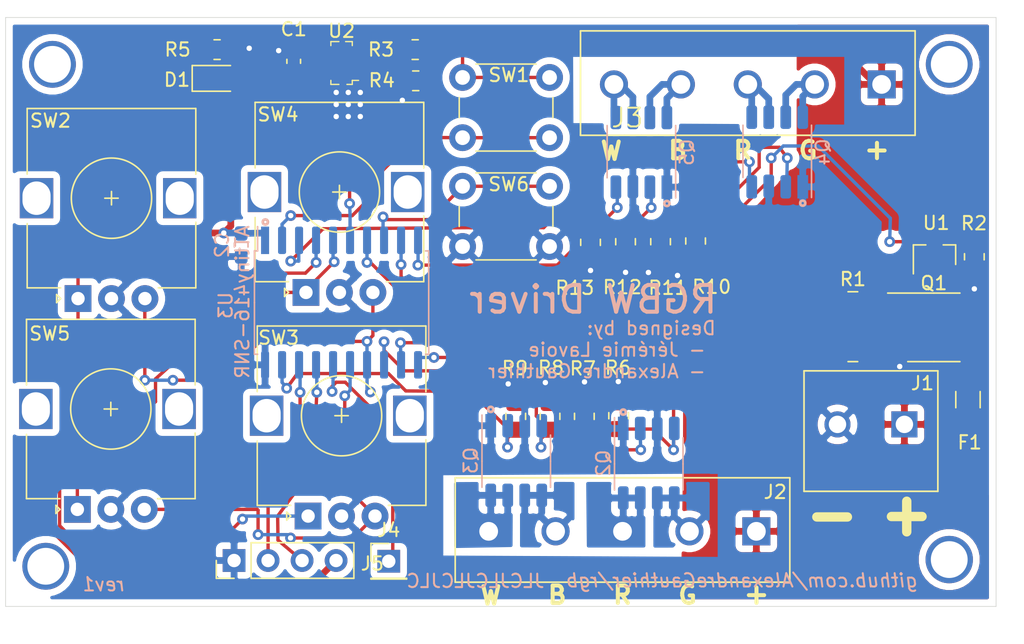
<source format=kicad_pcb>
(kicad_pcb (version 20171130) (host pcbnew "(5.1.9)-1")
  (layers (0 F.Cu signal) (31 B.Cu signal) (34 B.Paste user) (35 F.Paste user hide) (36 B.SilkS user) (37 F.SilkS user) (38 B.Mask user) (39 F.Mask user) (44 Edge.Cuts user))
  (net 0 "")
  (net 1 GND)
  (net 2 /PWM_2)
  (net 3 /PWM_1)
  (net 4 /PWM_4)
  (net 5 /PWM_3)
  (net 6 /PWM_8)
  (net 7 /PWM_7)
  (net 8 /PWM_6)
  (net 9 /PWM_5)
  (net 10 +12V)
  (net 11 +5V)
  (net 12 "Net-(F1-Pad2)")
  (net 13 /DRAIN_1)
  (net 14 /DRAIN_2)
  (net 15 /DRAIN_3)
  (net 16 /DRAIN_4)
  (net 17 /DRAIN_5)
  (net 18 /DRAIN_6)
  (net 19 /DRAIN_7)
  (net 20 /DRAIN_8)
  (net 21 /TWI_SCL)
  (net 22 /TWI_SDA)
  (net 23 /RESET)
  (net 24 /SW6)
  (net 25 /PWR_EN)
  (net 26 "Net-(D1-Pad1)")
  (net 27 "Net-(F1-Pad1)")
  (net 28 "Net-(R3-Pad1)")
  (net 29 /SW_A1)
  (net 30 /SW_B1)
  (net 31 /SW_B2)
  (net 32 /SW_A2)
  (net 33 /SENSE)
  (net 34 "Net-(Q1-PadS)")
  (module Connector_PinHeader_2.54mm:PinHeader_1x01_P2.54mm_Vertical (layer F.Cu) (at 150.625 97.625)
    (fp_text reference J4 (at 0 -2.33) (layer F.SilkS))
    (fp_text value Conn_01x04)
    (pad 1 thru_hole rect (at 0 0) (size 1.7 1.7) (drill 1) (layers *.Cu *.Mask) (net 23 /RESET))
  )
  (module rgb_footprints:Si4101DY (layer F.Cu) (at 191.35 80.15)
    (fp_text reference Q1 (at 0 -3.3) (layer F.SilkS))
    (fp_text value Si4101DY)
    (pad D smd roundrect (at 2.575 -1.905) (size 1.75 0.6) (layers F.Cu F.Paste F.Mask) (net 27 "Net-(F1-Pad1)"))
    (pad G smd roundrect (at -2.575 1.905) (size 1.75 0.6) (layers F.Cu F.Paste F.Mask) (net 1 GND))
    (pad S smd rect (at -2.575 -1.905) (size 1.75 0.6) (layers F.Cu F.Paste F.Mask) (net 34 "Net-(Q1-PadS)"))
    (pad D smd roundrect (at 2.575 -0.635) (size 1.75 0.6) (layers F.Cu F.Paste F.Mask) (net 27 "Net-(F1-Pad1)"))
    (pad D smd roundrect (at 2.575 0.635) (size 1.75 0.6) (layers F.Cu F.Paste F.Mask) (net 27 "Net-(F1-Pad1)"))
    (pad S smd roundrect (at -2.575 0.635) (size 1.75 0.6) (layers F.Cu F.Paste F.Mask) (net 34 "Net-(Q1-PadS)"))
    (pad D smd roundrect (at 2.575 1.905) (size 1.75 0.6) (layers F.Cu F.Paste F.Mask) (net 27 "Net-(F1-Pad1)"))
    (pad S smd roundrect (at -2.575 -0.635) (size 1.75 0.6) (layers F.Cu F.Paste F.Mask) (net 34 "Net-(Q1-PadS)"))
  )
  (module Resistor_SMD:R_0805_2012Metric_Pad1.20x1.40mm_HandSolder (layer F.Cu) (at 165.7 73.8 270)
    (fp_text reference R13 (at 3.4 1.175 180) (layer F.SilkS))
    (fp_text value "50 kΩ")
    (pad 2 smd roundrect (at 1 0 270) (size 1.2 1.4) (layers F.Cu F.Paste F.Mask) (roundrect_rratio 0.208333) (net 1 GND))
    (pad 1 smd roundrect (at -1 0 270) (size 1.2 1.4) (layers F.Cu F.Paste F.Mask) (roundrect_rratio 0.208333) (net 6 /PWM_8))
  )
  (module Resistor_SMD:R_0805_2012Metric_Pad1.20x1.40mm_HandSolder (layer F.Cu) (at 168.316666 73.75 270)
    (fp_text reference R12 (at 3.4 0.241666 180) (layer F.SilkS))
    (fp_text value "50 kΩ")
    (pad 2 smd roundrect (at 1 0 270) (size 1.2 1.4) (layers F.Cu F.Paste F.Mask) (roundrect_rratio 0.208333) (net 1 GND))
    (pad 1 smd roundrect (at -1 0 270) (size 1.2 1.4) (layers F.Cu F.Paste F.Mask) (roundrect_rratio 0.208333) (net 7 /PWM_7))
  )
  (module Resistor_SMD:R_0805_2012Metric_Pad1.20x1.40mm_HandSolder (layer F.Cu) (at 170.933332 73.75 270)
    (fp_text reference R11 (at 3.45 -0.541668 180) (layer F.SilkS))
    (fp_text value "50 kΩ")
    (pad 2 smd roundrect (at 1 0 270) (size 1.2 1.4) (layers F.Cu F.Paste F.Mask) (roundrect_rratio 0.208333) (net 1 GND))
    (pad 1 smd roundrect (at -1 0 270) (size 1.2 1.4) (layers F.Cu F.Paste F.Mask) (roundrect_rratio 0.208333) (net 8 /PWM_6))
  )
  (module Resistor_SMD:R_0805_2012Metric_Pad1.20x1.40mm_HandSolder (layer F.Cu) (at 173.55 73.7 270)
    (fp_text reference R10 (at 3.425 -1.2 180) (layer F.SilkS))
    (fp_text value "50 kΩ")
    (pad 2 smd roundrect (at 1 0 270) (size 1.2 1.4) (layers F.Cu F.Paste F.Mask) (roundrect_rratio 0.208333) (net 1 GND))
    (pad 1 smd roundrect (at -1 0 270) (size 1.2 1.4) (layers F.Cu F.Paste F.Mask) (roundrect_rratio 0.208333) (net 9 /PWM_5))
  )
  (module Resistor_SMD:R_0805_2012Metric_Pad1.20x1.40mm_HandSolder (layer F.Cu) (at 160.113124 86.8 90)
    (fp_text reference R9 (at 3.6 -0.063124 180) (layer F.SilkS))
    (fp_text value "50 kΩ")
    (pad 2 smd roundrect (at 1 0 90) (size 1.2 1.4) (layers F.Cu F.Paste F.Mask) (roundrect_rratio 0.208333) (net 1 GND))
    (pad 1 smd roundrect (at -1 0 90) (size 1.2 1.4) (layers F.Cu F.Paste F.Mask) (roundrect_rratio 0.208333) (net 4 /PWM_4))
  )
  (module Resistor_SMD:R_0805_2012Metric_Pad1.20x1.40mm_HandSolder (layer F.Cu) (at 162.675416 86.8 90)
    (fp_text reference R8 (at 3.625 0.074584 180) (layer F.SilkS))
    (fp_text value "50 kΩ")
    (pad 2 smd roundrect (at 1 0 90) (size 1.2 1.4) (layers F.Cu F.Paste F.Mask) (roundrect_rratio 0.208333) (net 1 GND))
    (pad 1 smd roundrect (at -1 0 90) (size 1.2 1.4) (layers F.Cu F.Paste F.Mask) (roundrect_rratio 0.208333) (net 5 /PWM_3))
  )
  (module Resistor_SMD:R_0805_2012Metric_Pad1.20x1.40mm_HandSolder (layer F.Cu) (at 165.237708 86.8 90)
    (fp_text reference R7 (at 3.575 -0.112708 180) (layer F.SilkS))
    (fp_text value "50 kΩ")
    (pad 2 smd roundrect (at 1 0 90) (size 1.2 1.4) (layers F.Cu F.Paste F.Mask) (roundrect_rratio 0.208333) (net 1 GND))
    (pad 1 smd roundrect (at -1 0 90) (size 1.2 1.4) (layers F.Cu F.Paste F.Mask) (roundrect_rratio 0.208333) (net 2 /PWM_2))
  )
  (module Resistor_SMD:R_0805_2012Metric_Pad1.20x1.40mm_HandSolder (layer F.Cu) (at 167.8 86.75 90)
    (fp_text reference R6 (at 3.575 -0.05 180) (layer F.SilkS))
    (fp_text value "50 kΩ")
    (pad 2 smd roundrect (at 1 0 90) (size 1.2 1.4) (layers F.Cu F.Paste F.Mask) (roundrect_rratio 0.208333) (net 1 GND))
    (pad 1 smd roundrect (at -1 0 90) (size 1.2 1.4) (layers F.Cu F.Paste F.Mask) (roundrect_rratio 0.208333) (net 3 /PWM_1))
  )
  (module rgb_footprints:DMG9926USD_Handsolder (layer B.Cu) (at 169.5 67.075 90)
    (fp_text reference Q5 (at 0 3.4 90) (layer B.SilkS) (effects (justify mirror)))
    (fp_text value DMG9926USD)
    (pad G2 smd roundrect (at -2.6 -1.905 90) (size 1.75 0.8) (layers B.Cu B.Paste B.Mask) (net 6 /PWM_8))
    (pad S2 smd roundrect (at -2.56 -0.635 90) (size 1.75 0.8) (layers B.Cu B.Paste B.Mask) (net 1 GND))
    (pad G1 smd roundrect (at -2.6 0.635 90) (size 1.75 0.8) (layers B.Cu B.Paste B.Mask) (net 7 /PWM_7))
    (pad S1 smd rect (at -2.6 1.905 90) (size 1.75 0.8) (layers B.Cu B.Paste B.Mask) (net 1 GND))
    (pad D1 smd roundrect (at 2.6 1.905 90) (size 1.75 0.8) (layers B.Cu B.Paste B.Mask) (net 19 /DRAIN_7))
    (pad D2 smd roundrect (at 2.6 -0.635 90) (size 1.75 0.8) (layers B.Cu B.Paste B.Mask) (net 20 /DRAIN_8))
    (pad D2 smd roundrect (at 2.6 -1.905 90) (size 1.75 0.8) (layers B.Cu B.Paste B.Mask) (net 20 /DRAIN_8))
    (pad D1 smd roundrect (at 2.6 0.635 90) (size 1.75 0.8) (layers B.Cu B.Paste B.Mask) (net 19 /DRAIN_7))
  )
  (module rgb_footprints:DMG9926USD_Handsolder (layer B.Cu) (at 179.65 67.05 90)
    (fp_text reference Q4 (at 0 3.4 270) (layer B.SilkS) (effects (justify mirror)))
    (fp_text value DMG9926USD)
    (pad G2 smd roundrect (at -2.6 -1.905 90) (size 1.75 0.8) (layers B.Cu B.Paste B.Mask) (net 8 /PWM_6))
    (pad S2 smd roundrect (at -2.56 -0.635 90) (size 1.75 0.8) (layers B.Cu B.Paste B.Mask) (net 1 GND))
    (pad G1 smd roundrect (at -2.6 0.635 90) (size 1.75 0.8) (layers B.Cu B.Paste B.Mask) (net 9 /PWM_5))
    (pad S1 smd rect (at -2.6 1.905 90) (size 1.75 0.8) (layers B.Cu B.Paste B.Mask) (net 1 GND))
    (pad D1 smd roundrect (at 2.6 1.905 90) (size 1.75 0.8) (layers B.Cu B.Paste B.Mask) (net 17 /DRAIN_5))
    (pad D2 smd roundrect (at 2.6 -0.635 90) (size 1.75 0.8) (layers B.Cu B.Paste B.Mask) (net 18 /DRAIN_6))
    (pad D2 smd roundrect (at 2.6 -1.905 90) (size 1.75 0.8) (layers B.Cu B.Paste B.Mask) (net 18 /DRAIN_6))
    (pad D1 smd roundrect (at 2.6 0.635 90) (size 1.75 0.8) (layers B.Cu B.Paste B.Mask) (net 17 /DRAIN_5))
  )
  (module rgb_footprints:DMG9926USD_Handsolder (layer B.Cu) (at 160.15 90.1 270)
    (fp_text reference Q3 (at 0 3.4 270) (layer B.SilkS) (effects (justify mirror)))
    (fp_text value DMG9926USD)
    (pad G2 smd roundrect (at -2.6 -1.905 270) (size 1.75 0.8) (layers B.Cu B.Paste B.Mask) (net 5 /PWM_3))
    (pad S2 smd roundrect (at -2.56 -0.635 270) (size 1.75 0.8) (layers B.Cu B.Paste B.Mask) (net 1 GND))
    (pad G1 smd roundrect (at -2.6 0.635 270) (size 1.75 0.8) (layers B.Cu B.Paste B.Mask) (net 4 /PWM_4))
    (pad S1 smd rect (at -2.6 1.905 270) (size 1.75 0.8) (layers B.Cu B.Paste B.Mask) (net 1 GND))
    (pad D1 smd roundrect (at 2.6 1.905 270) (size 1.75 0.8) (layers B.Cu B.Paste B.Mask) (net 16 /DRAIN_4))
    (pad D2 smd roundrect (at 2.6 -0.635 270) (size 1.75 0.8) (layers B.Cu B.Paste B.Mask) (net 15 /DRAIN_3))
    (pad D2 smd roundrect (at 2.6 -1.905 270) (size 1.75 0.8) (layers B.Cu B.Paste B.Mask) (net 15 /DRAIN_3))
    (pad D1 smd roundrect (at 2.6 0.635 270) (size 1.75 0.8) (layers B.Cu B.Paste B.Mask) (net 16 /DRAIN_4))
  )
  (module rgb_footprints:DMG9926USD_Handsolder (layer B.Cu) (at 170.05 90.3 270)
    (fp_text reference Q2 (at 0 3.4 270) (layer B.SilkS) (effects (justify mirror)))
    (fp_text value DMG9926USD)
    (pad G2 smd roundrect (at -2.6 -1.905 270) (size 1.75 0.8) (layers B.Cu B.Paste B.Mask) (net 3 /PWM_1))
    (pad S2 smd roundrect (at -2.56 -0.635 270) (size 1.75 0.8) (layers B.Cu B.Paste B.Mask) (net 1 GND))
    (pad G1 smd roundrect (at -2.6 0.635 270) (size 1.75 0.8) (layers B.Cu B.Paste B.Mask) (net 2 /PWM_2))
    (pad S1 smd rect (at -2.6 1.905 270) (size 1.75 0.8) (layers B.Cu B.Paste B.Mask) (net 1 GND))
    (pad D1 smd roundrect (at 2.6 1.905 270) (size 1.75 0.8) (layers B.Cu B.Paste B.Mask) (net 14 /DRAIN_2))
    (pad D2 smd roundrect (at 2.6 -0.635 270) (size 1.75 0.8) (layers B.Cu B.Paste B.Mask) (net 13 /DRAIN_1))
    (pad D2 smd roundrect (at 2.6 -1.905 270) (size 1.75 0.8) (layers B.Cu B.Paste B.Mask) (net 13 /DRAIN_1))
    (pad D1 smd roundrect (at 2.6 0.635 270) (size 1.75 0.8) (layers B.Cu B.Paste B.Mask) (net 14 /DRAIN_2))
  )
  (module rgb_footprints:CUI_TB003-500-P05BE (layer F.Cu) (at 187.45 62 180)
    (fp_text reference J3 (at 19 -2.5) (layer F.SilkS) (effects (font (size 1.4 1.4))))
    (fp_text value 102-6164-ND)
    (pad 5 thru_hole circle (at 20 0 180) (size 2.1 2.1) (drill 1.4) (layers *.Cu *.Mask) (net 20 /DRAIN_8))
    (pad 4 thru_hole circle (at 15 0 180) (size 2.1 2.1) (drill 1.4) (layers *.Cu *.Mask) (net 19 /DRAIN_7))
    (pad 3 thru_hole circle (at 10 0 180) (size 2.1 2.1) (drill 1.4) (layers *.Cu *.Mask) (net 18 /DRAIN_6))
    (pad 2 thru_hole circle (at 5 0 180) (size 2.1 2.1) (drill 1.4) (layers *.Cu *.Mask) (net 17 /DRAIN_5))
    (pad 1 thru_hole rect (at 0 0 180) (size 2.1 2.1) (drill 1.4) (layers *.Cu *.Mask) (net 10 +12V))
  )
  (module "rgb_footprints:rotary encoder" (layer F.Cu) (at 146.98 69.29)
    (fp_text reference SW4 (at -4.63 -5.04 180) (layer F.SilkS))
    (fp_text value PEC12R-4220F-N0024)
    (pad A thru_hole rect (at -2.54 8.25 90) (size 2 2) (drill 1) (layers *.Cu *.Mask) (net 32 /SW_A2))
    (pad MP thru_hole rect (at 5.06 0.75 90) (size 3 2.5) (drill oval 2.5 2.1) (layers *.Cu *.Mask))
    (pad MP thru_hole rect (at -5.64 0.75 90) (size 3 2.5) (drill oval 2.5 2.1) (layers *.Cu *.Mask))
    (pad C thru_hole circle (at -0.04 8.25 90) (size 2 2) (drill 1) (layers *.Cu *.Mask) (net 1 GND))
    (pad B thru_hole circle (at 2.46 8.25 90) (size 2 2) (drill 1) (layers *.Cu *.Mask) (net 30 /SW_B1))
  )
  (module Resistor_SMD:R_0805_2012Metric_Pad1.20x1.40mm_HandSolder (layer F.Cu) (at 152.6 59.4 180)
    (fp_text reference R3 (at 2.55 0) (layer F.SilkS))
    (fp_text value "110 kΩ")
    (pad 2 smd roundrect (at 1 0 180) (size 1.2 1.4) (layers F.Cu F.Paste F.Mask) (roundrect_rratio 0.2083325) (net 10 +12V))
    (pad 1 smd roundrect (at -1 0 180) (size 1.2 1.4) (layers F.Cu F.Paste F.Mask) (roundrect_rratio 0.2083325) (net 28 "Net-(R3-Pad1)"))
  )
  (module "rgb_footprints:rotary encoder" (layer F.Cu) (at 147.14 86)
    (fp_text reference SW3 (at -4.74 -5.075 180) (layer F.SilkS))
    (fp_text value PEC12R-4220F-N0024)
    (pad A thru_hole rect (at -2.54 8.25 90) (size 2 2) (drill 1) (layers *.Cu *.Mask) (net 29 /SW_A1))
    (pad MP thru_hole rect (at 5.06 0.75 90) (size 3 2.5) (drill oval 2.5 2.1) (layers *.Cu *.Mask))
    (pad MP thru_hole rect (at -5.64 0.75 90) (size 3 2.5) (drill oval 2.5 2.1) (layers *.Cu *.Mask))
    (pad C thru_hole circle (at -0.04 8.25 90) (size 2 2) (drill 1) (layers *.Cu *.Mask) (net 1 GND))
    (pad B thru_hole circle (at 2.46 8.25 90) (size 2 2) (drill 1) (layers *.Cu *.Mask) (net 31 /SW_B2))
  )
  (module Capacitor_SMD:C_0603_1608Metric_Pad1.08x0.95mm_HandSolder (layer F.Cu) (at 143.525 60.275 90)
    (fp_text reference C1 (at 2.4 0) (layer F.SilkS))
    (fp_text value "470 nF")
    (pad 2 smd roundrect (at 0.8625 0 90) (size 1.075 0.95) (layers F.Cu F.Paste F.Mask) (net 1 GND))
    (pad 1 smd roundrect (at -0.8625 0 90) (size 1.075 0.95) (layers F.Cu F.Paste F.Mask) (net 11 +5V))
  )
  (module Capacitor_SMD:C_0603_1608Metric_Pad1.08x0.95mm_HandSolder (layer B.Cu) (at 139.6 74 270)
    (fp_text reference C2 (at 0 1.43 270) (layer B.SilkS) (effects (justify mirror)))
    (fp_text value "100 nF")
    (pad 2 smd roundrect (at 0.8625 0 270) (size 1.075 0.95) (layers B.Cu B.Paste B.Mask) (net 1 GND))
    (pad 1 smd roundrect (at -0.8625 0 270) (size 1.075 0.95) (layers B.Cu B.Paste B.Mask) (net 11 +5V))
  )
  (module Button_Switch_THT:SW_PUSH_6mm_H13mm (layer F.Cu) (at 156.14 69.61)
    (fp_text reference SW6 (at 3.45 -0.15) (layer F.SilkS))
    (fp_text value 450-1642-ND)
    (pad 1 thru_hole circle (at 6.5 0 90) (size 2 2) (drill 1.1) (layers *.Cu *.Mask) (net 24 /SW6))
    (pad 2 thru_hole circle (at 6.5 4.5 90) (size 2 2) (drill 1.1) (layers *.Cu *.Mask) (net 1 GND))
    (pad 1 thru_hole circle (at 0 0 90) (size 2 2) (drill 1.1) (layers *.Cu *.Mask) (net 24 /SW6))
    (pad 2 thru_hole circle (at 0 4.5 90) (size 2 2) (drill 1.1) (layers *.Cu *.Mask) (net 1 GND))
  )
  (module "rgb_footprints:rotary encoder" (layer F.Cu) (at 129.95 69.75)
    (fp_text reference SW2 (at -4.6 -5.04 180) (layer F.SilkS))
    (fp_text value PEC12R-4220F-N0024)
    (pad A thru_hole rect (at -2.54 8.25 90) (size 2 2) (drill 1) (layers *.Cu *.Mask) (net 29 /SW_A1))
    (pad MP thru_hole rect (at 5.06 0.75 90) (size 3 2.5) (drill oval 2.5 2.1) (layers *.Cu *.Mask))
    (pad MP thru_hole rect (at -5.64 0.75 90) (size 3 2.5) (drill oval 2.5 2.1) (layers *.Cu *.Mask))
    (pad C thru_hole circle (at -0.04 8.25 90) (size 2 2) (drill 1) (layers *.Cu *.Mask) (net 1 GND))
    (pad B thru_hole circle (at 2.46 8.25 90) (size 2 2) (drill 1) (layers *.Cu *.Mask) (net 30 /SW_B1))
  )
  (module Button_Switch_THT:SW_PUSH_6mm_H13mm (layer F.Cu) (at 162.64 65.98 180)
    (fp_text reference SW1 (at 3.04 4.68) (layer F.SilkS))
    (fp_text value 450-1642-ND)
    (pad 1 thru_hole circle (at 6.5 0 270) (size 2 2) (drill 1.1) (layers *.Cu *.Mask) (net 25 /PWR_EN))
    (pad 2 thru_hole circle (at 6.5 4.5 270) (size 2 2) (drill 1.1) (layers *.Cu *.Mask) (net 28 "Net-(R3-Pad1)"))
    (pad 1 thru_hole circle (at 0 0 270) (size 2 2) (drill 1.1) (layers *.Cu *.Mask) (net 25 /PWR_EN))
    (pad 2 thru_hole circle (at 0 4.5 270) (size 2 2) (drill 1.1) (layers *.Cu *.Mask) (net 28 "Net-(R3-Pad1)"))
  )
  (module digikey-footprints:SOT-143-4 (layer F.Cu) (at 147.1 60.4 90)
    (fp_text reference U2 (at 2.4 0 180) (layer F.SilkS))
    (fp_text value MIC5203-5.0)
    (pad 3 smd rect (at 0.96 -1 90) (size 0.55 1.31) (layers F.Cu F.Paste F.Mask) (net 10 +12V))
    (pad 2 smd rect (at 0.96 1 90) (size 0.55 1.31) (layers F.Cu F.Paste F.Mask) (net 25 /PWR_EN))
    (pad 1 smd rect (at -0.76 1 90) (size 0.94 1.31) (layers F.Cu F.Paste F.Mask) (net 1 GND))
    (pad 4 smd rect (at -0.96 -1 90) (size 0.55 1.31) (layers F.Cu F.Paste F.Mask) (net 11 +5V))
  )
  (module Fuse:Fuse_1206_3216Metric_Pad1.42x1.75mm_HandSolder (layer F.Cu) (at 193.9 85.55 270)
    (fp_text reference F1 (at 3.2 -0.125 180) (layer F.SilkS))
    (fp_text value 0685H9200-01)
    (pad 2 smd roundrect (at 1.4875 0 270) (size 1.425 1.75) (layers F.Cu F.Paste F.Mask) (roundrect_rratio 0.1754385964912281) (net 12 "Net-(F1-Pad2)"))
    (pad 1 smd roundrect (at -1.4875 0 270) (size 1.425 1.75) (layers F.Cu F.Paste F.Mask) (roundrect_rratio 0.1754385964912281) (net 27 "Net-(F1-Pad1)"))
  )
  (module rgb_footprints:ATTINY416-SNR (layer B.Cu) (at 147.1 78.3 270)
    (fp_text reference U3 (at 0.21 8.66 90) (layer B.SilkS) (effects (justify mirror)))
    (fp_text value ATtiny416-SNR (at -0.04 7.41 90) (layer B.SilkS) (effects (justify mirror)))
    (pad 10 smd roundrect (at -4.65 -5.715 270) (size 2.05 0.6) (layers B.Cu B.Paste B.Mask) (net 6 /PWM_8))
    (pad 4 smd roundrect (at -4.65 1.905 270) (size 2.05 0.6) (layers B.Cu B.Paste B.Mask) (net 29 /SW_A1))
    (pad 12 smd roundrect (at 4.65 -4.445 270) (size 2.05 0.6) (layers B.Cu B.Paste B.Mask) (net 3 /PWM_1))
    (pad 14 smd roundrect (at 4.65 -1.905 270) (size 2.05 0.6) (layers B.Cu B.Paste B.Mask) (net 30 /SW_B1))
    (pad 1 smd rect (at -4.65 5.715 270) (size 2.05 0.6) (layers B.Cu B.Paste B.Mask) (net 11 +5V))
    (pad 13 smd roundrect (at 4.65 -3.175 270) (size 2.05 0.6) (layers B.Cu B.Paste B.Mask) (net 5 /PWM_3))
    (pad 3 smd roundrect (at -4.65 3.175 270) (size 2.05 0.6) (layers B.Cu B.Paste B.Mask) (net 8 /PWM_6))
    (pad 9 smd roundrect (at -4.65 -4.445 270) (size 2.05 0.6) (layers B.Cu B.Paste B.Mask) (net 7 /PWM_7))
    (pad 11 smd roundrect (at 4.65 -5.715 270) (size 2.05 0.6) (layers B.Cu B.Paste B.Mask) (net 2 /PWM_2))
    (pad 5 smd roundrect (at -4.65 0.635 270) (size 2.05 0.6) (layers B.Cu B.Paste B.Mask) (net 32 /SW_A2))
    (pad 6 smd roundrect (at -4.65 -0.635 270) (size 2.05 0.6) (layers B.Cu B.Paste B.Mask) (net 25 /PWR_EN))
    (pad 8 smd roundrect (at -4.65 -3.175 270) (size 2.05 0.6) (layers B.Cu B.Paste B.Mask) (net 24 /SW6))
    (pad 2 smd roundrect (at -4.65 4.445 270) (size 2.05 0.6) (layers B.Cu B.Paste B.Mask) (net 9 /PWM_5))
    (pad 7 smd roundrect (at -4.65 -1.905 270) (size 2.05 0.6) (layers B.Cu B.Paste B.Mask) (net 33 /SENSE))
    (pad 16 smd roundrect (at 4.65 0.635 270) (size 2.05 0.6) (layers B.Cu B.Paste B.Mask) (net 23 /RESET))
    (pad 19 smd roundrect (at 4.65 4.445 270) (size 2.05 0.6) (layers B.Cu B.Paste B.Mask) (net 4 /PWM_4))
    (pad 17 smd roundrect (at 4.65 1.905 270) (size 2.05 0.6) (layers B.Cu B.Paste B.Mask) (net 22 /TWI_SDA))
    (pad 20 smd roundrect (at 4.65 5.715 270) (size 2.05 0.6) (layers B.Cu B.Paste B.Mask) (net 1 GND))
    (pad 18 smd roundrect (at 4.65 3.175 270) (size 2.05 0.6) (layers B.Cu B.Paste B.Mask) (net 21 /TWI_SCL))
    (pad 15 smd roundrect (at 4.65 -0.635 270) (size 2.05 0.6) (layers B.Cu B.Paste B.Mask) (net 31 /SW_B2))
  )
  (module Connector_PinHeader_2.54mm:PinHeader_1x04_P2.54mm_Vertical (layer F.Cu) (at 139.07 97.57 90)
    (fp_text reference J5 (at -0.23 10.33 180) (layer F.SilkS))
    (fp_text value Conn_01x02)
    (pad 4 thru_hole oval (at 0 7.62 90) (size 1.7 1.7) (drill 1) (layers *.Cu *.Mask) (net 11 +5V))
    (pad 3 thru_hole oval (at 0 5.08 90) (size 1.7 1.7) (drill 1) (layers *.Cu *.Mask) (net 22 /TWI_SDA))
    (pad 2 thru_hole oval (at 0 2.54 90) (size 1.7 1.7) (drill 1) (layers *.Cu *.Mask) (net 21 /TWI_SCL))
    (pad 1 thru_hole rect (at 0 0 90) (size 1.7 1.7) (drill 1) (layers *.Cu *.Mask) (net 1 GND))
  )
  (module LED_SMD:LED_0805_2012Metric_Pad1.15x1.40mm_HandSolder (layer F.Cu) (at 137.8 61.55)
    (fp_text reference D1 (at -3 0.1 180) (layer F.SilkS))
    (fp_text value 732-4987-2-ND)
    (pad 1 smd roundrect (at -1.025 0) (size 1.15 1.4) (layers F.Cu F.Paste F.Mask) (roundrect_rratio 0.2173904347826087) (net 26 "Net-(D1-Pad1)"))
    (pad 2 smd roundrect (at 1.025 0) (size 1.15 1.4) (layers F.Cu F.Paste F.Mask) (roundrect_rratio 0.2173904347826087) (net 11 +5V))
  )
  (module Resistor_SMD:R_0805_2012Metric_Pad1.20x1.40mm_HandSolder (layer F.Cu) (at 152.64 61.73 180)
    (fp_text reference R4 (at 2.54 0.03 180) (layer F.SilkS))
    (fp_text value "50 kΩ")
    (pad 2 smd roundrect (at 1 0 180) (size 1.2 1.4) (layers F.Cu F.Paste F.Mask) (roundrect_rratio 0.2083325) (net 1 GND))
    (pad 1 smd roundrect (at -1 0 180) (size 1.2 1.4) (layers F.Cu F.Paste F.Mask) (roundrect_rratio 0.2083325) (net 25 /PWR_EN))
  )
  (module Resistor_SMD:R_0805_2012Metric_Pad1.20x1.40mm_HandSolder (layer F.Cu) (at 194.375 74.875 270)
    (fp_text reference R2 (at -2.5 0.025 180) (layer F.SilkS))
    (fp_text value "10 kΩ")
    (pad 1 smd roundrect (at -1 0 270) (size 1.2 1.4) (layers F.Cu F.Paste F.Mask) (roundrect_rratio 0.2083325) (net 33 /SENSE))
    (pad 2 smd roundrect (at 1 0 270) (size 1.2 1.4) (layers F.Cu F.Paste F.Mask) (roundrect_rratio 0.2083325) (net 1 GND))
  )
  (module Resistor_SMD:R_0805_2012Metric_Pad1.20x1.40mm_HandSolder (layer F.Cu) (at 137.8 59.4)
    (fp_text reference R5 (at -2.95 0) (layer F.SilkS))
    (fp_text value "1 kΩ")
    (pad 2 smd roundrect (at 1 0) (size 1.2 1.4) (layers F.Cu F.Paste F.Mask) (roundrect_rratio 0.2083325) (net 1 GND))
    (pad 1 smd roundrect (at -1 0) (size 1.2 1.4) (layers F.Cu F.Paste F.Mask) (roundrect_rratio 0.2083325) (net 26 "Net-(D1-Pad1)"))
  )
  (module Resistor_SMD:R_1020_2550Metric_Pad1.33x5.20mm_HandSolder (layer F.Cu) (at 185.3 80.1 180)
    (fp_text reference R1 (at 0 3.55) (layer F.SilkS))
    (fp_text value "5 mΩ")
    (pad 2 smd roundrect (at 1.2125 0 180) (size 1.325 5.2) (layers F.Cu F.Paste F.Mask) (roundrect_rratio 0.1886784905660377) (net 10 +12V))
    (pad 1 smd roundrect (at -1.2125 0 180) (size 1.325 5.2) (layers F.Cu F.Paste F.Mask) (roundrect_rratio 0.1886784905660377) (net 34 "Net-(Q1-PadS)"))
  )
  (module "rgb_footprints:rotary encoder" (layer F.Cu) (at 129.9 85.5)
    (fp_text reference SW5 (at -4.6 -4.88 180) (layer F.SilkS))
    (fp_text value PEC12R-4220F-N0024)
    (pad A thru_hole rect (at -2.54 8.25 90) (size 2 2) (drill 1) (layers *.Cu *.Mask) (net 32 /SW_A2))
    (pad MP thru_hole rect (at 5.06 0.75 90) (size 3 2.5) (drill oval 2.5 2.1) (layers *.Cu *.Mask))
    (pad MP thru_hole rect (at -5.64 0.75 90) (size 3 2.5) (drill oval 2.5 2.1) (layers *.Cu *.Mask))
    (pad C thru_hole circle (at -0.04 8.25 90) (size 2 2) (drill 1) (layers *.Cu *.Mask) (net 1 GND))
    (pad B thru_hole circle (at 2.46 8.25 90) (size 2 2) (drill 1) (layers *.Cu *.Mask) (net 31 /SW_B2))
  )
  (module Package_TO_SOT_SMD:SOT-23 (layer F.Cu) (at 191.4 74.75 90)
    (fp_text reference U1 (at 2.4 0.125 180) (layer F.SilkS))
    (fp_text value ZXCT1109)
    (pad 3 smd rect (at 1 0 90) (size 0.9 0.8) (layers F.Cu F.Paste F.Mask) (net 33 /SENSE))
    (pad 2 smd rect (at -1 0.95 90) (size 0.9 0.8) (layers F.Cu F.Paste F.Mask) (net 10 +12V))
    (pad 1 smd rect (at -1 -0.95 90) (size 0.9 0.8) (layers F.Cu F.Paste F.Mask) (net 34 "Net-(Q1-PadS)"))
  )
  (module rgb_footprints:CUI_TB001-500-02BE (layer F.Cu) (at 189.15 87.4 180)
    (fp_text reference J1 (at -1.35 3.075) (layer F.SilkS))
    (fp_text value 1935776)
    (pad 2 thru_hole circle (at 5 0 180) (size 1.95 1.95) (drill 1.3) (layers *.Cu *.Mask) (net 1 GND))
    (pad 1 thru_hole rect (at 0 0 180) (size 1.95 1.95) (drill 1.3) (layers *.Cu *.Mask) (net 12 "Net-(F1-Pad2)"))
  )
  (module rgb_footprints:CUI_TB003-500-P05BE (layer F.Cu) (at 178.09 95.39 180)
    (fp_text reference J2 (at -1.41 2.94) (layer F.SilkS))
    (fp_text value 102-6164-ND)
    (pad 5 thru_hole circle (at 20 0 180) (size 2.1 2.1) (drill 1.4) (layers *.Cu *.Mask) (net 16 /DRAIN_4))
    (pad 4 thru_hole circle (at 15 0 180) (size 2.1 2.1) (drill 1.4) (layers *.Cu *.Mask) (net 15 /DRAIN_3))
    (pad 3 thru_hole circle (at 10 0 180) (size 2.1 2.1) (drill 1.4) (layers *.Cu *.Mask) (net 14 /DRAIN_2))
    (pad 2 thru_hole circle (at 5 0 180) (size 2.1 2.1) (drill 1.4) (layers *.Cu *.Mask) (net 13 /DRAIN_1))
    (pad 1 thru_hole rect (at 0 0 180) (size 2.1 2.1) (drill 1.4) (layers *.Cu *.Mask) (net 10 +12V))
  )
  (gr_text G (at 181.951786 66.93) (layer F.SilkS) (effects (font (size 1.3 1.3) (thickness 0.3))))
  (gr_text B (at 172.2125 66.93) (layer F.SilkS) (effects (font (size 1.3 1.3) (thickness 0.3))))
  (gr_text "RGBW Driver" (at 165.897328 78.071923) (layer B.SilkS) (effects (font (size 2 2) (thickness 0.3)) (justify mirror)))
  (gr_text "Designed by:\n - Jérémie Lavoie\n - Alexandre Gauthier\n" (at 175.147328 81.821923) (layer B.SilkS) (effects (font (size 1 1)) (justify left mirror)))
  (gr_text - (at 183.75 94.525 180) (layer F.SilkS) (effects (font (size 3 3) (thickness 0.7)) (justify mirror)))
  (gr_text R (at 177.082143 66.93) (layer F.SilkS) (effects (font (size 1.3 1.3) (thickness 0.3))))
  (gr_text + (at 187.1 66.83) (layer F.SilkS) (effects (font (size 1.5 1.5) (thickness 0.3)) (justify mirror)))
  (gr_text + (at 189.325 94.075) (layer F.SilkS) (effects (font (size 3 3) (thickness 0.7)) (justify mirror)))
  (gr_text W (at 167.25 66.98) (layer F.SilkS) (effects (font (size 1.3 1.3) (thickness 0.3))))
  (gr_text JLCJLCJLCJLC (at 157.1 99.1) (layer B.SilkS) (effects (font (size 1 1)) (justify mirror)))
  (gr_text rev1 (at 129.35 99.35) (layer B.SilkS) (effects (font (size 1 1) (thickness 0.15) italic) (justify mirror)))
  (gr_text W (at 158.25 100.2) (layer F.SilkS) (effects (font (size 1.3 1.3) (thickness 0.3))))
  (gr_text B (at 163.2125 100.15) (layer F.SilkS) (effects (font (size 1.3 1.3) (thickness 0.3))))
  (gr_text R (at 168.082143 100.15) (layer F.SilkS) (effects (font (size 1.3 1.3) (thickness 0.3))))
  (gr_text G (at 172.951786 100.15) (layer F.SilkS) (effects (font (size 1.3 1.3) (thickness 0.3))))
  (gr_text + (at 178.1 100.05) (layer F.SilkS) (effects (font (size 1.5 1.5) (thickness 0.3)) (justify mirror)))
  (gr_text github.com/AlexandreGauthier/rgb (at 177.038 99.06) (layer B.SilkS) (effects (font (size 1 1) (thickness 0.15) italic) (justify mirror)))
  (gr_line (start 122 101) (end 122 57) (layer Edge.Cuts) (width 0.05))
  (gr_line (start 196 101) (end 122 101) (layer Edge.Cuts) (width 0.05))
  (gr_line (start 196 57) (end 196 101) (layer Edge.Cuts) (width 0.05))
  (gr_line (start 122 57) (end 196 57) (layer Edge.Cuts) (width 0.05))
  (via (at 125 98) (size 3.5) (drill 2.75) (layers F.Cu B.Cu) (net 0))
  (via (at 192.5 97.5) (size 3.54) (drill 2.75) (layers F.Cu B.Cu) (net 0))
  (via (at 192.5 60.5) (size 3.5) (drill 2.75) (layers F.Cu B.Cu) (net 0))
  (via (at 125.5 60.5) (size 3.5) (drill 2.75) (layers F.Cu B.Cu) (net 0))
  (via (at 146.7 64.4) (size 0.8) (drill 0.4) (layers F.Cu B.Cu) (net 1))
  (via (at 147.6 63.5) (size 0.8) (drill 0.4) (layers F.Cu B.Cu) (net 1))
  (via (at 148.5 62.6) (size 0.8) (drill 0.4) (layers F.Cu B.Cu) (net 1))
  (via (at 147.6 64.4) (size 0.8) (drill 0.4) (layers F.Cu B.Cu) (net 1))
  (via (at 146.7 63.5) (size 0.8) (drill 0.4) (layers F.Cu B.Cu) (net 1))
  (via (at 151.64 63.19) (size 0.8) (drill 0.4) (layers F.Cu B.Cu) (net 1))
  (via (at 148.5 63.5) (size 0.8) (drill 0.4) (layers F.Cu B.Cu) (net 1))
  (via (at 140.2 59.3) (size 0.8) (drill 0.4) (layers F.Cu B.Cu) (net 1))
  (via (at 148.5 64.4) (size 0.8) (drill 0.4) (layers F.Cu B.Cu) (net 1))
  (segment (start 147.04 78.13) (end 146.640001 77.730001) (width 0.25) (layer F.Cu) (net 1))
  (segment (start 147.015 78.155) (end 147.04 78.13) (width 0.25) (layer B.Cu) (net 1))
  (segment (start 148.24 61.3) (end 148.1 61.16) (width 0.25) (layer F.Cu) (net 1))
  (segment (start 148.115 61.175) (end 148.1 61.16) (width 0.25) (layer F.Cu) (net 1))
  (segment (start 151.115 61.83) (end 151.115 61.815) (width 0.25) (layer F.Cu) (net 1))
  (segment (start 151.64 61.73) (end 151.64 63.19) (width 0.25) (layer F.Cu) (net 1))
  (segment (start 138.8625 59.35) (end 140.15 59.35) (width 0.5) (layer F.Cu) (net 1))
  (via (at 194.375 77.275) (size 0.8) (drill 0.4) (layers F.Cu B.Cu) (net 1))
  (segment (start 194.375 75.875) (end 194.375 77.275) (width 0.25) (layer F.Cu) (net 1))
  (via (at 179.2 67.5) (size 0.8) (drill 0.4) (layers F.Cu B.Cu) (net 33))
  (via (at 154 82.4) (size 0.8) (drill 0.4) (layers F.Cu B.Cu) (net 2))
  (segment (start 153.365 82.4) (end 153.1 82.4) (width 0.25) (layer B.Cu) (net 2))
  (segment (start 154 82.4) (end 153.365 82.4) (width 0.25) (layer B.Cu) (net 2))
  (via (at 151.5 81.3) (size 0.8) (drill 0.4) (layers F.Cu B.Cu) (net 3))
  (segment (start 151.545 81.355) (end 151.545 81.355) (width 0.25) (layer B.Cu) (net 3))
  (segment (start 151.545 82.95) (end 151.5 81.3) (width 0.25) (layer B.Cu) (net 3))
  (segment (start 171.905 89.095) (end 171.905 89.095) (width 0.25) (layer B.Cu) (net 3))
  (via (at 171.905 89.3) (size 0.8) (drill 0.4) (layers F.Cu B.Cu) (net 3))
  (segment (start 171.905 87.74) (end 171.905 89.3) (width 0.25) (layer B.Cu) (net 3))
  (segment (start 169.4 87.765) (end 169.465 87.7) (width 0.25) (layer B.Cu) (net 2))
  (segment (start 169.45 89.3) (end 169.4 87.765) (width 0.25) (layer B.Cu) (net 2))
  (via (at 169.45 89.3) (size 0.8) (drill 0.4) (layers F.Cu B.Cu) (net 2))
  (via (at 159.5 89.1) (size 0.8) (drill 0.4) (layers F.Cu B.Cu) (net 4))
  (segment (start 159.465 89.065) (end 159.465 87.6) (width 0.25) (layer B.Cu) (net 4))
  (segment (start 159.5 89.1) (end 159.465 89.065) (width 0.25) (layer B.Cu) (net 4))
  (segment (start 142.655 84.255) (end 142.655 82.95) (width 0.25) (layer B.Cu) (net 4))
  (segment (start 159.5 89.1) (end 159.5 89.1) (width 0.25) (layer F.Cu) (net 4))
  (segment (start 143 84.7) (end 143.1 84.7) (width 0.25) (layer B.Cu) (net 4))
  (segment (start 143 84.7) (end 142.655 84.255) (width 0.25) (layer B.Cu) (net 4))
  (segment (start 143.8 83.6) (end 143 84.7) (width 0.25) (layer F.Cu) (net 4))
  (via (at 143 84.7) (size 0.8) (drill 0.4) (layers F.Cu B.Cu) (net 4))
  (segment (start 150.6 83.6) (end 143.8 83.6) (width 0.25) (layer F.Cu) (net 4))
  (segment (start 151.9 84.9) (end 150.6 83.6) (width 0.25) (layer F.Cu) (net 4))
  (segment (start 155.324999 84.924999) (end 151.9 84.9) (width 0.25) (layer F.Cu) (net 4))
  (via (at 162 89.1) (size 0.8) (drill 0.4) (layers F.Cu B.Cu) (net 5))
  (segment (start 150.275 81.225) (end 150.275 81.225) (width 0.25) (layer B.Cu) (net 5))
  (segment (start 162 89.1) (end 162.005 89.195) (width 0.25) (layer B.Cu) (net 5))
  (segment (start 162.005 89.195) (end 162.005 87.6) (width 0.25) (layer B.Cu) (net 5))
  (segment (start 162.1 89.1) (end 162.1 89.1) (width 0.25) (layer F.Cu) (net 5))
  (segment (start 150.275 82.95) (end 150.275 81.225) (width 0.25) (layer B.Cu) (net 5))
  (via (at 150.275 81.225) (size 0.8) (drill 0.4) (layers F.Cu B.Cu) (net 5))
  (segment (start 162.35 85.75) (end 162.3 85.8) (width 0.25) (layer F.Cu) (net 1))
  (via (at 159.55 84.375) (size 0.8) (drill 0.4) (layers F.Cu B.Cu) (net 1))
  (via (at 162.325 84.275) (size 0.8) (drill 0.4) (layers F.Cu B.Cu) (net 1))
  (via (at 165.25 84.225) (size 0.8) (drill 0.4) (layers F.Cu B.Cu) (net 1))
  (via (at 167.775 84.2) (size 0.8) (drill 0.4) (layers F.Cu B.Cu) (net 1))
  (segment (start 165.25 85.787708) (end 165.237708 85.8) (width 0.25) (layer F.Cu) (net 1))
  (segment (start 165.25 84.225) (end 165.25 85.787708) (width 0.25) (layer F.Cu) (net 1))
  (segment (start 167.775 85.725) (end 167.8 85.75) (width 0.25) (layer F.Cu) (net 1))
  (segment (start 167.775 84.2) (end 167.775 85.725) (width 0.25) (layer F.Cu) (net 1))
  (segment (start 162.325 85.449584) (end 162.675416 85.8) (width 0.25) (layer F.Cu) (net 1))
  (segment (start 162.325 84.275) (end 162.325 85.449584) (width 0.25) (layer F.Cu) (net 1))
  (segment (start 159.55 85.236876) (end 160.113124 85.8) (width 0.25) (layer F.Cu) (net 1))
  (segment (start 159.55 84.375) (end 159.55 85.236876) (width 0.25) (layer F.Cu) (net 1))
  (segment (start 166.737708 89.3) (end 169.45 89.3) (width 0.25) (layer F.Cu) (net 2))
  (segment (start 165.237708 87.8) (end 166.737708 89.3) (width 0.25) (layer F.Cu) (net 2))
  (segment (start 163.95 86.512292) (end 165.237708 87.8) (width 0.25) (layer F.Cu) (net 2))
  (segment (start 163.95 84.75) (end 163.95 86.512292) (width 0.25) (layer F.Cu) (net 2))
  (segment (start 161.6 82.4) (end 163.95 84.75) (width 0.25) (layer F.Cu) (net 2))
  (segment (start 154 82.4) (end 161.6 82.4) (width 0.25) (layer F.Cu) (net 2))
  (segment (start 151.5 81.3) (end 168.5 81.3) (width 0.25) (layer F.Cu) (net 3))
  (segment (start 170.355 87.75) (end 171.905 89.3) (width 0.25) (layer F.Cu) (net 3))
  (segment (start 167.8 87.75) (end 170.355 87.75) (width 0.25) (layer F.Cu) (net 3))
  (segment (start 171.905 84.705) (end 171.905 89.3) (width 0.25) (layer F.Cu) (net 3))
  (segment (start 168.5 81.3) (end 171.905 84.705) (width 0.25) (layer F.Cu) (net 3))
  (segment (start 156.724999 84.924999) (end 159.6 87.8) (width 0.25) (layer F.Cu) (net 4))
  (segment (start 155.324999 84.924999) (end 156.724999 84.924999) (width 0.25) (layer F.Cu) (net 4))
  (segment (start 159.5 88.413124) (end 160.113124 87.8) (width 0.25) (layer F.Cu) (net 4))
  (segment (start 159.5 89.1) (end 159.5 88.413124) (width 0.25) (layer F.Cu) (net 4))
  (segment (start 162 88.475416) (end 162.675416 87.8) (width 0.25) (layer F.Cu) (net 5))
  (segment (start 162 89.1) (end 162 88.475416) (width 0.25) (layer F.Cu) (net 5))
  (segment (start 161.650406 85.300406) (end 161.650406 86.77499) (width 0.25) (layer F.Cu) (net 5))
  (segment (start 159.75 83.4) (end 161.650406 85.300406) (width 0.25) (layer F.Cu) (net 5))
  (segment (start 151.8 83.4) (end 159.75 83.4) (width 0.25) (layer F.Cu) (net 5))
  (segment (start 161.650406 86.77499) (end 162.675416 87.8) (width 0.25) (layer F.Cu) (net 5))
  (segment (start 150.275 81.875) (end 151.8 83.4) (width 0.25) (layer F.Cu) (net 5))
  (segment (start 150.275 81.225) (end 150.275 81.875) (width 0.25) (layer F.Cu) (net 5))
  (via (at 152.8 75.5) (size 0.8) (drill 0.4) (layers F.Cu B.Cu) (net 6))
  (via (at 167.7 71.2) (size 0.8) (drill 0.4) (layers F.Cu B.Cu) (net 6))
  (segment (start 152.815 75.485) (end 152.8 75.5) (width 0.25) (layer B.Cu) (net 6))
  (segment (start 167.695 69.7) (end 167.7 71.2) (width 0.25) (layer B.Cu) (net 6))
  (segment (start 167.695 71.195) (end 167.695 71.195) (width 0.25) (layer B.Cu) (net 6))
  (segment (start 152.815 73.65) (end 152.815 75.485) (width 0.25) (layer B.Cu) (net 6))
  (segment (start 167.6 71.3) (end 167.7 71.2) (width 0.25) (layer F.Cu) (net 6))
  (segment (start 165.7 73.011002) (end 165.7 72.8) (width 0.25) (layer F.Cu) (net 6))
  (segment (start 163.211002 75.5) (end 165.7 73.011002) (width 0.25) (layer F.Cu) (net 6))
  (segment (start 152.8 75.5) (end 163.211002 75.5) (width 0.25) (layer F.Cu) (net 6))
  (segment (start 166.1 72.8) (end 165.7 72.8) (width 0.25) (layer F.Cu) (net 6))
  (segment (start 167.7 71.2) (end 166.1 72.8) (width 0.25) (layer F.Cu) (net 6))
  (via (at 151.545 75.455) (size 0.8) (drill 0.4) (layers F.Cu B.Cu) (net 7))
  (via (at 170.235 71.2) (size 0.8) (drill 0.4) (layers F.Cu B.Cu) (net 7))
  (segment (start 170.235 71.065) (end 170.235 71.065) (width 0.25) (layer B.Cu) (net 7))
  (segment (start 170.235 69.7) (end 170.235 71.2) (width 0.25) (layer B.Cu) (net 7))
  (segment (start 151.545 75.455) (end 151.545 75.455) (width 0.25) (layer B.Cu) (net 7))
  (segment (start 151.545 73.65) (end 151.545 75.455) (width 0.25) (layer B.Cu) (net 7))
  (segment (start 152.4 77.2) (end 162.501941 77.201941) (width 0.25) (layer F.Cu) (net 7))
  (segment (start 151.545 76.355) (end 152.4 77.2) (width 0.25) (layer F.Cu) (net 7))
  (segment (start 151.545 75.455) (end 151.545 76.355) (width 0.25) (layer F.Cu) (net 7))
  (segment (start 162.501941 77.201941) (end 165.848059 77.201941) (width 0.25) (layer F.Cu) (net 7))
  (segment (start 165.848059 77.201941) (end 167 76.05) (width 0.25) (layer F.Cu) (net 7))
  (segment (start 167 74.066666) (end 168.316666 72.75) (width 0.25) (layer F.Cu) (net 7))
  (segment (start 167 76.05) (end 167 74.066666) (width 0.25) (layer F.Cu) (net 7))
  (segment (start 168.685 72.75) (end 168.316666 72.75) (width 0.25) (layer F.Cu) (net 7))
  (segment (start 170.235 71.2) (end 168.685 72.75) (width 0.25) (layer F.Cu) (net 7))
  (via (at 143.3 75.2) (size 0.8) (drill 0.4) (layers F.Cu B.Cu) (net 8))
  (segment (start 145.715001 72.784999) (end 143.3 75.2) (width 0.25) (layer F.Cu) (net 8))
  (segment (start 156.8 72.7) (end 156.7 72.7) (width 0.25) (layer F.Cu) (net 8))
  (segment (start 143.925 73.65) (end 143.925 74.575) (width 0.25) (layer B.Cu) (net 8))
  (segment (start 143.3 75.2) (end 143.9 75.2) (width 0.25) (layer B.Cu) (net 8))
  (segment (start 156.8 72.7) (end 145.715001 72.784999) (width 0.25) (layer F.Cu) (net 8))
  (segment (start 143.9 73.675) (end 143.925 73.65) (width 0.25) (layer B.Cu) (net 8))
  (segment (start 143.9 75.2) (end 143.9 73.675) (width 0.25) (layer B.Cu) (net 8))
  (segment (start 156.8 72.7) (end 162.2 72.7) (width 0.25) (layer F.Cu) (net 8))
  (segment (start 162.2 72.7) (end 167.11878 67.78122) (width 0.25) (layer F.Cu) (net 8))
  (segment (start 170.933332 72.75) (end 171.1 72.75) (width 0.25) (layer F.Cu) (net 8))
  (segment (start 171.28122 72.56878) (end 171.28122 67.78122) (width 0.25) (layer F.Cu) (net 8))
  (segment (start 171.1 72.75) (end 171.28122 72.56878) (width 0.25) (layer F.Cu) (net 8))
  (segment (start 167.11878 67.78122) (end 171.28122 67.78122) (width 0.25) (layer F.Cu) (net 8))
  (via (at 143.3 71.8) (size 0.8) (drill 0.4) (layers F.Cu B.Cu) (net 9))
  (segment (start 180.3 69.565) (end 180.335 69.6) (width 0.25) (layer B.Cu) (net 9))
  (segment (start 142.655 72.445) (end 142.655 73.65) (width 0.25) (layer B.Cu) (net 9))
  (segment (start 143.3 71.8) (end 142.655 72.445) (width 0.25) (layer B.Cu) (net 9))
  (segment (start 180.36 69.575) (end 180.285 69.65) (width 0.25) (layer B.Cu) (net 9))
  (segment (start 149.4 70.3) (end 147.9 71.8) (width 0.25) (layer F.Cu) (net 9))
  (segment (start 149.4 69.2) (end 149.4 70.3) (width 0.25) (layer F.Cu) (net 9))
  (segment (start 150.9 67.7) (end 149.4 69.2) (width 0.25) (layer F.Cu) (net 9))
  (segment (start 180.4 67.5) (end 180.36 69.575) (width 0.25) (layer B.Cu) (net 9))
  (segment (start 165.2 66.7) (end 163.9 67.7) (width 0.25) (layer F.Cu) (net 9))
  (segment (start 180.4 67.5) (end 179.81 66.7) (width 0.25) (layer F.Cu) (net 9))
  (segment (start 147.9 71.8) (end 143.3 71.8) (width 0.25) (layer F.Cu) (net 9))
  (segment (start 163.9 67.7) (end 150.9 67.7) (width 0.25) (layer F.Cu) (net 9))
  (via (at 180.4 67.5) (size 0.8) (drill 0.4) (layers F.Cu B.Cu) (net 9))
  (segment (start 180.225001 67.674999) (end 180.4 67.5) (width 0.25) (layer F.Cu) (net 9))
  (segment (start 178.3 66.7) (end 165.2 66.7) (width 0.25) (layer F.Cu) (net 9))
  (segment (start 179.81 66.7) (end 178.3 66.7) (width 0.25) (layer F.Cu) (net 9))
  (segment (start 173.55 72.7) (end 174 72.7) (width 0.25) (layer F.Cu) (net 9))
  (segment (start 187.1 61.98) (end 186.98 61.98) (width 0.5) (layer F.Cu) (net 10))
  (segment (start 151.55001 58.24999) (end 151.55001 59.35001) (width 0.25) (layer F.Cu) (net 10))
  (segment (start 151.55001 59.35001) (end 151.6 59.4) (width 0.25) (layer F.Cu) (net 10))
  (segment (start 186.98 61.98) (end 183.24999 58.24999) (width 0.5) (layer F.Cu) (net 10))
  (segment (start 146.35001 58.24999) (end 146.1 58.5) (width 0.5) (layer F.Cu) (net 10))
  (segment (start 146.1 58.5) (end 146.1 59.44) (width 0.5) (layer F.Cu) (net 10))
  (segment (start 146.1 59.44) (end 146.26 59.44) (width 0.5) (layer F.Cu) (net 10))
  (segment (start 183.24999 58.24999) (end 146.35001 58.24999) (width 0.5) (layer F.Cu) (net 10))
  (segment (start 184.0875 80.1) (end 184.45 80.1) (width 0.25) (layer F.Cu) (net 10))
  (segment (start 191.25 74.65) (end 192.35 75.75) (width 0.25) (layer F.Cu) (net 10))
  (segment (start 184.75 80.1) (end 185 79.85) (width 0.25) (layer F.Cu) (net 10))
  (segment (start 184.0875 80.1) (end 184.75 80.1) (width 0.25) (layer F.Cu) (net 10))
  (segment (start 185 79.85) (end 185 77.35) (width 0.25) (layer F.Cu) (net 10))
  (segment (start 185 77.35) (end 186.4 75.95) (width 0.25) (layer F.Cu) (net 10))
  (segment (start 186.4 75.95) (end 188.4 75.95) (width 0.25) (layer F.Cu) (net 10))
  (segment (start 189.7 74.65) (end 191.25 74.65) (width 0.25) (layer F.Cu) (net 10))
  (segment (start 188.4 75.95) (end 189.7 74.65) (width 0.25) (layer F.Cu) (net 10))
  (via (at 138.3 73.1) (size 0.8) (drill 0.4) (layers F.Cu B.Cu) (net 11))
  (segment (start 138.9875 61.1625) (end 138.825 61) (width 0.25) (layer F.Cu) (net 11))
  (segment (start 139.5625 73.1) (end 139.6 73.1375) (width 0.5) (layer B.Cu) (net 11))
  (segment (start 138.825 61.55) (end 138.825 72.575) (width 0.5) (layer F.Cu) (net 11))
  (segment (start 138.3 73.1) (end 139.5625 73.1) (width 0.5) (layer B.Cu) (net 11))
  (segment (start 138.825 72.575) (end 138.3 73.1) (width 0.5) (layer F.Cu) (net 11))
  (segment (start 139.2125 61.1625) (end 138.825 61.55) (width 0.5) (layer F.Cu) (net 11))
  (segment (start 139.6 73.1375) (end 141.4 73.1) (width 0.5) (layer B.Cu) (net 11))
  (segment (start 170.135 64.475) (end 170.135 62.915) (width 0.5) (layer B.Cu) (net 19))
  (segment (start 171.05 62) (end 172.45 62) (width 0.5) (layer B.Cu) (net 19))
  (segment (start 170.135 62.915) (end 171.05 62) (width 0.5) (layer B.Cu) (net 19))
  (segment (start 171.405 63.045) (end 172.45 62) (width 0.5) (layer B.Cu) (net 19))
  (segment (start 171.405 64.475) (end 171.405 63.045) (width 0.5) (layer B.Cu) (net 19))
  (via (at 146.7 62.6) (size 0.8) (drill 0.4) (layers F.Cu B.Cu) (net 1))
  (via (at 147.6 62.6) (size 0.8) (drill 0.4) (layers F.Cu B.Cu) (net 1))
  (segment (start 173.55 74.7) (end 173.55 74.925) (width 0.25) (layer F.Cu) (net 1))
  (via (at 172.2 76.275) (size 0.8) (drill 0.4) (layers F.Cu B.Cu) (net 1))
  (segment (start 173.55 74.7) (end 173.45 74.7) (width 0.25) (layer F.Cu) (net 1))
  (segment (start 172.2 75.95) (end 172.2 76.275) (width 0.25) (layer F.Cu) (net 1))
  (segment (start 173.45 74.7) (end 172.2 75.95) (width 0.25) (layer F.Cu) (net 1))
  (segment (start 170.55 75.133332) (end 170.933332 74.75) (width 0.25) (layer F.Cu) (net 1))
  (segment (start 168.316666 76.283334) (end 168.316666 74.75) (width 0.25) (layer F.Cu) (net 1))
  (segment (start 168.316666 76.041666) (end 168.316666 76.283334) (width 0.25) (layer F.Cu) (net 1))
  (via (at 168.316666 76.041666) (size 0.8) (drill 0.4) (layers F.Cu B.Cu) (net 1))
  (via (at 170.025 76.05) (size 0.8) (drill 0.4) (layers F.Cu B.Cu) (net 1))
  (segment (start 170.025 75.658332) (end 170.933332 74.75) (width 0.25) (layer F.Cu) (net 1))
  (segment (start 170.025 76.05) (end 170.025 75.658332) (width 0.25) (layer F.Cu) (net 1))
  (via (at 165.7 75.9) (size 0.8) (drill 0.4) (layers F.Cu B.Cu) (net 1))
  (segment (start 165.7 75.9) (end 165.7 74.8) (width 0.25) (layer F.Cu) (net 1))
  (via (at 188.8 83.075) (size 0.8) (drill 0.4) (layers F.Cu B.Cu) (net 1))
  (segment (start 188.775 83.05) (end 188.8 83.075) (width 0.25) (layer F.Cu) (net 1))
  (segment (start 188.775 82.055) (end 188.775 83.05) (width 0.25) (layer F.Cu) (net 1))
  (via (at 142.4 59.475) (size 0.8) (drill 0.4) (layers F.Cu B.Cu) (net 1))
  (segment (start 142.4 59.475) (end 143.5875 59.475) (width 0.25) (layer F.Cu) (net 1))
  (segment (start 177.795 69.6) (end 177.57499 69.37999) (width 0.25) (layer B.Cu) (net 8))
  (via (at 177.57499 67.78122) (size 0.8) (drill 0.4) (layers F.Cu B.Cu) (net 8))
  (segment (start 171.28122 67.78122) (end 177.57499 67.78122) (width 0.25) (layer F.Cu) (net 8))
  (segment (start 177.57499 69.37999) (end 177.57499 67.78122) (width 0.25) (layer B.Cu) (net 8))
  (segment (start 173.55 72.7) (end 173.8 72.7) (width 0.25) (layer F.Cu) (net 9))
  (segment (start 178.3 68.2) (end 178.3 66.7) (width 0.25) (layer F.Cu) (net 9))
  (segment (start 173.8 72.7) (end 178.3 68.2) (width 0.25) (layer F.Cu) (net 9))
  (segment (start 127.8 73.1) (end 138.3 73.1) (width 0.5) (layer F.Cu) (net 11))
  (segment (start 124 79.5) (end 124 76.9) (width 0.5) (layer F.Cu) (net 11))
  (segment (start 126.834989 82.334989) (end 124 79.5) (width 0.5) (layer F.Cu) (net 11))
  (segment (start 146.69 97.57) (end 144.66 99.6) (width 0.5) (layer F.Cu) (net 11))
  (segment (start 124 76.9) (end 127.8 73.1) (width 0.5) (layer F.Cu) (net 11))
  (segment (start 144.66 99.6) (end 129.856002 99.6) (width 0.5) (layer F.Cu) (net 11))
  (segment (start 129.856002 99.6) (end 125.50418 95.248178) (width 0.5) (layer F.Cu) (net 11))
  (segment (start 125.459988 91.626824) (end 126.834989 90.251823) (width 0.5) (layer F.Cu) (net 11))
  (segment (start 125.50418 95.248178) (end 125.459988 95.248178) (width 0.5) (layer F.Cu) (net 11))
  (segment (start 125.459988 95.248178) (end 125.459988 91.626824) (width 0.5) (layer F.Cu) (net 11))
  (segment (start 126.834989 90.251823) (end 126.834989 82.334989) (width 0.5) (layer F.Cu) (net 11))
  (segment (start 146.1 61.36) (end 146.1 61.425) (width 0.5) (layer F.Cu) (net 11))
  (segment (start 143.7475 61.36) (end 143.525 61.1375) (width 0.5) (layer F.Cu) (net 11))
  (segment (start 146.1 61.36) (end 143.7475 61.36) (width 0.5) (layer F.Cu) (net 11))
  (segment (start 139.2375 61.1375) (end 138.825 61.55) (width 0.5) (layer F.Cu) (net 11))
  (segment (start 143.525 61.1375) (end 139.2375 61.1375) (width 0.5) (layer F.Cu) (net 11))
  (segment (start 180.285 64.45) (end 180.285 62.79) (width 0.5) (layer B.Cu) (net 17))
  (segment (start 181.075 62) (end 182.45 62) (width 0.5) (layer B.Cu) (net 17))
  (segment (start 180.285 62.79) (end 181.075 62) (width 0.5) (layer B.Cu) (net 17))
  (segment (start 181.555 62.895) (end 182.45 62) (width 0.5) (layer B.Cu) (net 17))
  (segment (start 181.555 64.45) (end 181.555 62.895) (width 0.5) (layer B.Cu) (net 17))
  (segment (start 177.745 64.45) (end 177.65 64.45) (width 0.5) (layer B.Cu) (net 18))
  (segment (start 177.65 64.45) (end 177.6 64.4) (width 0.5) (layer B.Cu) (net 18))
  (segment (start 179.015 64.45) (end 179.015 63.085) (width 0.5) (layer B.Cu) (net 18))
  (segment (start 177.93 62) (end 177.45 62) (width 0.5) (layer B.Cu) (net 18))
  (segment (start 179.015 63.085) (end 177.93 62) (width 0.5) (layer B.Cu) (net 18))
  (segment (start 177.745 62.295) (end 177.45 62) (width 0.5) (layer B.Cu) (net 18))
  (segment (start 177.745 64.45) (end 177.745 62.295) (width 0.5) (layer B.Cu) (net 18))
  (segment (start 167.45 64.33) (end 167.595 64.475) (width 0.5) (layer B.Cu) (net 20))
  (segment (start 167.45 62) (end 167.45 64.33) (width 0.5) (layer B.Cu) (net 20))
  (segment (start 167.45 62) (end 167.925 62) (width 0.5) (layer B.Cu) (net 20))
  (segment (start 168.865 62.94) (end 168.865 64.475) (width 0.5) (layer B.Cu) (net 20))
  (segment (start 167.925 62) (end 168.865 62.94) (width 0.5) (layer B.Cu) (net 20))
  (via (at 144 85) (size 0.8) (drill 0.4) (layers F.Cu B.Cu) (net 21))
  (segment (start 141.61 90.89) (end 144 88.5) (width 0.25) (layer F.Cu) (net 21))
  (segment (start 144 88.5) (end 144 85) (width 0.25) (layer F.Cu) (net 21))
  (segment (start 144 85) (end 144 83.025) (width 0.25) (layer B.Cu) (net 21))
  (segment (start 144 83.025) (end 143.925 82.95) (width 0.25) (layer B.Cu) (net 21))
  (segment (start 141.61 97.57) (end 141.61 90.89) (width 0.25) (layer F.Cu) (net 21))
  (segment (start 144 85) (end 144 85) (width 0.25) (layer F.Cu) (net 21))
  (via (at 145.25 85) (size 0.8) (drill 0.4) (layers F.Cu B.Cu) (net 22))
  (segment (start 142.325 94.25) (end 145 90.6) (width 0.25) (layer F.Cu) (net 22))
  (segment (start 144.15 97.57) (end 142.35 96.05) (width 0.25) (layer F.Cu) (net 22))
  (segment (start 142.35 96.05) (end 142.325 94.25) (width 0.25) (layer F.Cu) (net 22))
  (segment (start 145.25 85) (end 145.25 85) (width 0.25) (layer F.Cu) (net 22))
  (segment (start 145.25 83.005) (end 145.195 82.95) (width 0.25) (layer B.Cu) (net 22))
  (segment (start 145.25 85) (end 145.25 83.005) (width 0.25) (layer B.Cu) (net 22))
  (segment (start 145 90.6) (end 145.25 85) (width 0.25) (layer F.Cu) (net 22))
  (segment (start 146.465 84.96) (end 146.465 84.96) (width 0.25) (layer B.Cu) (net 23))
  (segment (start 146.390879 84.559121) (end 146.390879 84.939805) (width 0.25) (layer F.Cu) (net 23))
  (via (at 146.390879 84.939805) (size 0.8) (drill 0.4) (layers F.Cu B.Cu) (net 23))
  (segment (start 146.465 84.865684) (end 146.390879 84.939805) (width 0.25) (layer B.Cu) (net 23))
  (segment (start 146.465 82.95) (end 146.465 84.865684) (width 0.25) (layer B.Cu) (net 23))
  (segment (start 146.7 84.25) (end 146.390879 84.559121) (width 0.25) (layer F.Cu) (net 23))
  (segment (start 150.925001 97.324999) (end 150.625 97.625) (width 0.25) (layer F.Cu) (net 23))
  (segment (start 146.7 84.25) (end 147.375 84.25) (width 0.25) (layer F.Cu) (net 23))
  (segment (start 147.375 84.25) (end 149.225 86.1) (width 0.25) (layer F.Cu) (net 23))
  (segment (start 149.225 91.149998) (end 150.925001 92.849999) (width 0.25) (layer F.Cu) (net 23))
  (segment (start 149.225 86.1) (end 149.225 91.149998) (width 0.25) (layer F.Cu) (net 23))
  (segment (start 150.925001 92.849999) (end 150.925001 97.324999) (width 0.25) (layer F.Cu) (net 23))
  (via (at 150.2 71.9) (size 0.8) (drill 0.4) (layers F.Cu B.Cu) (net 24))
  (segment (start 150.2 71.9) (end 150.2 73.07499) (width 0.25) (layer B.Cu) (net 24))
  (segment (start 153.884999 71.915001) (end 153.8 72) (width 0.25) (layer F.Cu) (net 24))
  (segment (start 156.14 69.61) (end 153.884999 71.915001) (width 0.25) (layer F.Cu) (net 24))
  (segment (start 153.7 72.1) (end 150.4 72.1) (width 0.25) (layer F.Cu) (net 24))
  (segment (start 150.4 72.1) (end 150.2 71.9) (width 0.25) (layer F.Cu) (net 24))
  (segment (start 153.884999 71.915001) (end 153.7 72.1) (width 0.25) (layer F.Cu) (net 24))
  (segment (start 162.64 69.61) (end 156.14 69.61) (width 0.25) (layer F.Cu) (net 24))
  (via (at 147.7 70.9) (size 0.8) (drill 0.4) (layers F.Cu B.Cu) (net 25))
  (segment (start 149.66 65.94) (end 147.7 67.9) (width 0.25) (layer F.Cu) (net 25))
  (segment (start 149.18 59.44) (end 148.1 59.44) (width 0.25) (layer F.Cu) (net 25))
  (segment (start 160.08 65.98) (end 156.14 65.98) (width 0.25) (layer F.Cu) (net 25))
  (segment (start 147.7 70.9) (end 147.735 71.735) (width 0.25) (layer B.Cu) (net 25))
  (segment (start 160.08 65.98) (end 162.64 65.98) (width 0.25) (layer F.Cu) (net 25))
  (segment (start 149.82 65.94) (end 149.66 65.94) (width 0.25) (layer F.Cu) (net 25))
  (segment (start 153.714649 65.964649) (end 156.14 65.98) (width 0.25) (layer F.Cu) (net 25))
  (segment (start 147.735 71.735) (end 147.735 73.65) (width 0.25) (layer B.Cu) (net 25))
  (segment (start 156.14 65.98) (end 156.14 65.34) (width 0.25) (layer F.Cu) (net 25))
  (segment (start 149.82 60.08) (end 149.18 59.44) (width 0.25) (layer F.Cu) (net 25))
  (segment (start 147.7 70.9) (end 147.7 67.9) (width 0.25) (layer F.Cu) (net 25))
  (segment (start 153.64 61.73) (end 153.64 65.915) (width 0.25) (layer F.Cu) (net 25))
  (segment (start 153.64 65.915) (end 153.689489 65.964489) (width 0.25) (layer F.Cu) (net 25))
  (segment (start 153.689489 65.964489) (end 153.714649 65.964649) (width 0.25) (layer F.Cu) (net 25))
  (segment (start 149.82 65.94) (end 153.689489 65.964489) (width 0.25) (layer F.Cu) (net 25))
  (segment (start 153.64 61.73) (end 153.64 61.665) (width 0.25) (layer F.Cu) (net 25))
  (segment (start 153.64 61.665) (end 152.605 60.63) (width 0.25) (layer F.Cu) (net 25))
  (segment (start 149.82 60.08) (end 149.83 60.08) (width 0.25) (layer F.Cu) (net 25))
  (segment (start 150.38 60.63) (end 152.605 60.63) (width 0.25) (layer F.Cu) (net 25))
  (segment (start 149.83 60.08) (end 150.38 60.63) (width 0.25) (layer F.Cu) (net 25))
  (segment (start 136.775 59.5125) (end 137.0875 59.2) (width 0.25) (layer F.Cu) (net 26))
  (segment (start 136.775 61) (end 136.775 59.5125) (width 0.25) (layer F.Cu) (net 26))
  (segment (start 193.9 84.0625) (end 193.9 83.45) (width 0.25) (layer F.Cu) (net 27))
  (segment (start 194.205 83.7575) (end 193.9 84.0625) (width 0.25) (layer F.Cu) (net 27))
  (segment (start 156.14 59.59) (end 155.95 59.4) (width 0.25) (layer F.Cu) (net 28))
  (segment (start 155.95 59.4) (end 153.8 59.4) (width 0.25) (layer F.Cu) (net 28))
  (segment (start 153.8 59.4) (end 154.06 59.4) (width 0.25) (layer F.Cu) (net 28))
  (segment (start 156.14 61.48) (end 156.14 59.59) (width 0.25) (layer F.Cu) (net 28))
  (segment (start 155.835 61.175) (end 156.14 61.48) (width 0.25) (layer F.Cu) (net 28))
  (segment (start 155.945 61.675) (end 155.75 61.48) (width 0.25) (layer F.Cu) (net 28))
  (segment (start 155.875 61.215) (end 156.14 61.48) (width 0.25) (layer F.Cu) (net 28))
  (segment (start 162.64 61.48) (end 156.14 61.48) (width 0.25) (layer F.Cu) (net 28))
  (via (at 145.2 75.3) (size 0.8) (drill 0.4) (layers F.Cu B.Cu) (net 29))
  (segment (start 144.6 94.25) (end 144.65 94.25) (width 0.25) (layer F.Cu) (net 29))
  (segment (start 127.41 78) (end 127.41 76.31) (width 0.25) (layer F.Cu) (net 29))
  (segment (start 127.948998 77.49) (end 127.41 77.49) (width 0.25) (layer F.Cu) (net 29))
  (segment (start 145.195 75.295) (end 145.2 75.3) (width 0.25) (layer B.Cu) (net 29))
  (segment (start 145.195 73.65) (end 145.195 75.295) (width 0.25) (layer B.Cu) (net 29))
  (segment (start 144.6 94.25) (end 144.6 94.1) (width 0.25) (layer F.Cu) (net 29))
  (segment (start 144.4 76.1) (end 145.2 75.3) (width 0.25) (layer F.Cu) (net 29))
  (segment (start 127.62 76.1) (end 144.4 76.1) (width 0.25) (layer F.Cu) (net 29))
  (segment (start 140.75 94.25) (end 140.75 94.25) (width 0.25) (layer B.Cu) (net 29))
  (segment (start 145.2 75.3) (end 145.2 75.3) (width 0.25) (layer F.Cu) (net 29))
  (segment (start 127.41 76.31) (end 127.62 76.1) (width 0.25) (layer F.Cu) (net 29))
  (via (at 139.7 94.47501) (size 0.8) (drill 0.4) (layers F.Cu B.Cu) (net 29))
  (segment (start 144.6 94.25) (end 139.92501 94.25) (width 0.25) (layer B.Cu) (net 29))
  (segment (start 139.92501 94.25) (end 139.7 94.47501) (width 0.25) (layer B.Cu) (net 29))
  (segment (start 138.37501 95.8) (end 139.7 94.47501) (width 0.25) (layer F.Cu) (net 29))
  (segment (start 126.86919 95.8) (end 138.37501 95.8) (width 0.25) (layer F.Cu) (net 29))
  (segment (start 126.034999 94.965809) (end 126.86919 95.8) (width 0.25) (layer F.Cu) (net 29))
  (segment (start 127.41 90.49) (end 126.034999 91.865001) (width 0.25) (layer F.Cu) (net 29))
  (segment (start 127.41 78) (end 127.41 90.49) (width 0.25) (layer F.Cu) (net 29))
  (segment (start 126.034999 91.865001) (end 126.034999 94.965809) (width 0.25) (layer F.Cu) (net 29))
  (via (at 134.5 84.1) (size 0.8) (drill 0.4) (layers F.Cu B.Cu) (net 30))
  (via (at 149 81.2) (size 0.8) (drill 0.4) (layers F.Cu B.Cu) (net 30))
  (via (at 132.4 84.1) (size 0.8) (drill 0.4) (layers F.Cu B.Cu) (net 30))
  (segment (start 149 82.945) (end 149.005 82.95) (width 0.25) (layer B.Cu) (net 30))
  (segment (start 147.9 81.2) (end 147 80.3) (width 0.25) (layer F.Cu) (net 30))
  (segment (start 138.1 84.1) (end 134.5 84.1) (width 0.25) (layer F.Cu) (net 30))
  (segment (start 149 81.2) (end 147.9 81.2) (width 0.25) (layer F.Cu) (net 30))
  (segment (start 134.5 84.1) (end 132.4 84.1) (width 0.25) (layer B.Cu) (net 30))
  (segment (start 149.44 77.54) (end 149.44 80.76) (width 0.25) (layer F.Cu) (net 30))
  (segment (start 134.5 84.1) (end 134.5 84.1) (width 0.25) (layer F.Cu) (net 30))
  (segment (start 132.41 77.49) (end 132.49 77.49) (width 0.25) (layer F.Cu) (net 30))
  (segment (start 132.4 84.1) (end 132.4 84.1) (width 0.25) (layer B.Cu) (net 30))
  (segment (start 147 80.3) (end 141.9 80.3) (width 0.25) (layer F.Cu) (net 30))
  (segment (start 132.4 84.1) (end 132.4 78.01) (width 0.25) (layer F.Cu) (net 30))
  (segment (start 149 81.2) (end 149 82.945) (width 0.25) (layer B.Cu) (net 30))
  (segment (start 141.9 80.3) (end 138.1 84.1) (width 0.25) (layer F.Cu) (net 30))
  (segment (start 149 81.2) (end 149 81.2) (width 0.25) (layer F.Cu) (net 30))
  (segment (start 132.4 78.01) (end 132.41 78) (width 0.25) (layer F.Cu) (net 30))
  (segment (start 149.44 80.76) (end 149 81.2) (width 0.25) (layer F.Cu) (net 30))
  (segment (start 149.1 85) (end 149.1 85) (width 0.25) (layer F.Cu) (net 30))
  (segment (start 149.005 84.73216) (end 149.24785 84.97501) (width 0.25) (layer B.Cu) (net 30))
  (segment (start 149.005 82.95) (end 149.005 84.73216) (width 0.25) (layer B.Cu) (net 30))
  (via (at 149.24785 84.97501) (size 0.8) (drill 0.4) (layers F.Cu B.Cu) (net 30))
  (via (at 143.2875 95.8875) (size 0.8) (drill 0.4) (layers F.Cu B.Cu) (net 31))
  (via (at 140.8625 95.6375) (size 0.8) (drill 0.4) (layers F.Cu B.Cu) (net 31))
  (segment (start 143.0375 95.6375) (end 143.2875 95.8875) (width 0.25) (layer B.Cu) (net 31))
  (segment (start 140.8625 95.6375) (end 140.9 95.675) (width 0.25) (layer F.Cu) (net 31))
  (segment (start 132.41 94.23) (end 132.36 94.28) (width 0.25) (layer F.Cu) (net 31))
  (segment (start 143.2875 95.8875) (end 147.9625 95.8875) (width 0.25) (layer F.Cu) (net 31))
  (segment (start 147.9625 95.8875) (end 149.6 94.25) (width 0.25) (layer F.Cu) (net 31))
  (segment (start 143.2875 95.8875) (end 143.375 95.975) (width 0.25) (layer B.Cu) (net 31))
  (segment (start 140.8625 95.6375) (end 143.0375 95.6375) (width 0.25) (layer B.Cu) (net 31))
  (segment (start 147.735 84.865) (end 147.33734 85.26266) (width 0.25) (layer B.Cu) (net 31))
  (segment (start 149.6 94.25) (end 147.33734 91.98734) (width 0.25) (layer F.Cu) (net 31))
  (via (at 147.33734 85.26266) (size 0.8) (drill 0.4) (layers F.Cu B.Cu) (net 31))
  (segment (start 147.33734 91.98734) (end 147.33734 85.26266) (width 0.25) (layer F.Cu) (net 31))
  (segment (start 147.735 82.95) (end 147.735 84.865) (width 0.25) (layer B.Cu) (net 31))
  (segment (start 132.36 93.75) (end 136.645 93.75) (width 0.25) (layer F.Cu) (net 31))
  (segment (start 140.8625 95.6375) (end 140.8625 93.8125) (width 0.25) (layer F.Cu) (net 31))
  (segment (start 140.8 93.75) (end 136.645 93.75) (width 0.25) (layer F.Cu) (net 31))
  (segment (start 140.8625 93.8125) (end 140.8 93.75) (width 0.25) (layer F.Cu) (net 31))
  (via (at 146.55 75.25) (size 0.8) (drill 0.4) (layers F.Cu B.Cu) (net 32))
  (segment (start 146.465 75.165) (end 146.55 75.25) (width 0.25) (layer B.Cu) (net 32))
  (segment (start 127.36 93.75) (end 127.36 91.54) (width 0.25) (layer F.Cu) (net 32))
  (segment (start 144.44 77.36) (end 144.44 77.54) (width 0.25) (layer F.Cu) (net 32))
  (segment (start 146.55 75.25) (end 144.44 77.36) (width 0.25) (layer F.Cu) (net 32))
  (segment (start 146.465 73.65) (end 146.465 75.165) (width 0.25) (layer B.Cu) (net 32))
  (segment (start 140.334998 77.54) (end 144.44 77.54) (width 0.25) (layer F.Cu) (net 32))
  (segment (start 133.2 84) (end 140.334998 77.54) (width 0.25) (layer F.Cu) (net 32))
  (segment (start 144.44 77.54) (end 145.195 76.785) (width 0.5) (layer B.Cu) (net 32))
  (segment (start 133.2 85.7) (end 133.2 84) (width 0.25) (layer F.Cu) (net 32))
  (segment (start 146.55 75.25) (end 146.6 75.2) (width 0.25) (layer F.Cu) (net 32))
  (segment (start 127.36 91.54) (end 133.2 85.7) (width 0.25) (layer F.Cu) (net 32))
  (via (at 149 75.3) (size 0.8) (drill 0.4) (layers F.Cu B.Cu) (net 33))
  (segment (start 149 73.655) (end 149.005 73.65) (width 0.25) (layer B.Cu) (net 33))
  (segment (start 149 75.3) (end 149 75.3) (width 0.25) (layer F.Cu) (net 33))
  (segment (start 149 75.3) (end 149 73.655) (width 0.25) (layer B.Cu) (net 33))
  (segment (start 153.11 79.16) (end 168.11 79.16) (width 0.25) (layer F.Cu) (net 33))
  (segment (start 168.11 79.16) (end 168.123261 79.173261) (width 0.25) (layer F.Cu) (net 33))
  (segment (start 149.25 75.3) (end 153.11 79.16) (width 0.25) (layer F.Cu) (net 33))
  (segment (start 149 75.3) (end 149.25 75.3) (width 0.25) (layer F.Cu) (net 33))
  (segment (start 172.32501 74.971512) (end 168.123261 79.173261) (width 0.25) (layer F.Cu) (net 33))
  (segment (start 172.32501 74.971512) (end 172.32501 73.92499) (width 0.25) (layer F.Cu) (net 33))
  (segment (start 172.47501 73.77499) (end 174.42501 73.77499) (width 0.25) (layer F.Cu) (net 33))
  (segment (start 172.32501 73.92499) (end 172.47501 73.77499) (width 0.25) (layer F.Cu) (net 33))
  (segment (start 191.525 73.875) (end 191.4 73.75) (width 0.25) (layer F.Cu) (net 33))
  (segment (start 194.375 73.875) (end 191.525 73.875) (width 0.25) (layer F.Cu) (net 33))
  (segment (start 179.2 67.5) (end 179.15 67.5) (width 0.25) (layer F.Cu) (net 33))
  (segment (start 179.2 69) (end 174.42501 73.77499) (width 0.25) (layer F.Cu) (net 33))
  (segment (start 179.2 67.5) (end 179.2 69) (width 0.25) (layer F.Cu) (net 33))
  (segment (start 180.1 66.6) (end 179.2 67.5) (width 0.25) (layer B.Cu) (net 33))
  (segment (start 188.1 72) (end 182.7 66.6) (width 0.25) (layer B.Cu) (net 33))
  (segment (start 182.7 66.6) (end 180.1 66.6) (width 0.25) (layer B.Cu) (net 33))
  (segment (start 188.05 73.75) (end 188.1 72) (width 0.25) (layer B.Cu) (net 33))
  (segment (start 188.6 73.75) (end 191.4 73.75) (width 0.25) (layer F.Cu) (net 33))
  (segment (start 188.05 73.75) (end 188.6 73.75) (width 0.25) (layer F.Cu) (net 33))
  (via (at 188.05 73.75) (size 0.8) (drill 0.4) (layers F.Cu B.Cu) (net 33))
  (segment (start 189.45 76.75) (end 190.45 75.75) (width 0.25) (layer F.Cu) (net 34))
  (segment (start 186.35 76.75) (end 189.45 76.75) (width 0.25) (layer F.Cu) (net 34))
  (segment (start 185.45 77.65) (end 186.35 76.75) (width 0.25) (layer F.Cu) (net 34))
  (segment (start 185.7 80.1) (end 185.45 79.85) (width 0.25) (layer F.Cu) (net 34))
  (segment (start 185.45 79.85) (end 185.45 77.65) (width 0.25) (layer F.Cu) (net 34))
  (segment (start 186.5125 80.1) (end 185.7 80.1) (width 0.25) (layer F.Cu) (net 34))
  (zone (net 1) (net_name GND) (layer F.Cu) (connect_pads (clearance 0.508)) (min_thickness 0.254) (fill yes (arc_segments 32) (thermal_gap 0.508) (thermal_bridge_width 0.508))
    (polygon (pts (xy 149.2 64.95) (xy 146.1 64.9) (xy 146.1 60.4) (xy 149.2 60.45)))
  )
  (zone (net 14) (net_name /DRAIN_2) (layer B.Cu) (connect_pads (clearance 0.508)) (min_thickness 0.254) (fill yes (arc_segments 32) (thermal_gap 0.508) (thermal_bridge_width 0.508))
    (polygon (pts (xy 169.8 96.6) (xy 165.425 96.6) (xy 165.375 91.7) (xy 169.8 91.7)))
  )
  (zone (net 13) (net_name /DRAIN_1) (layer B.Cu) (connect_pads (clearance 0.508)) (min_thickness 0.254) (fill yes (arc_segments 32) (thermal_gap 0.508) (thermal_bridge_width 0.508))
    (polygon (pts (xy 174.6 91.7) (xy 174.6 96.6) (xy 170.395 96.60875) (xy 170.4 91.7) (xy 173.335 91.7)))
  )
  (zone (net 15) (net_name /DRAIN_3) (layer B.Cu) (connect_pads (clearance 0.508)) (min_thickness 0.254) (fill yes (arc_segments 32) (thermal_gap 0.508) (thermal_bridge_width 0.508))
    (polygon (pts (xy 164.5 96.6125) (xy 160.43125 96.5875) (xy 160.43125 91.6875) (xy 164.5 91.7)))
  )
  (zone (net 16) (net_name /DRAIN_4) (layer B.Cu) (connect_pads (clearance 0.508)) (min_thickness 0.254) (fill yes (arc_segments 32) (thermal_gap 0.508) (thermal_bridge_width 0.508))
    (polygon (pts (xy 159.875 96.5625) (xy 155.525 96.6375) (xy 155.5 91.7125) (xy 159.9 91.6875)))
  )
  (zone (net 1) (net_name GND) (layer B.Cu) (connect_pads (clearance 0.508)) (min_thickness 0.254) (fill yes (arc_segments 32) (thermal_gap 0.508) (thermal_bridge_width 0.508))
    (polygon (pts (xy 196.85 57.15) (xy 196.85 60.198) (xy 197.104 60.452) (xy 197.104 67.564) (xy 196.760441 67.259646) (xy 196.4 79.8) (xy 196.53875 101.6175) (xy 121.580625 101.24125) (xy 121.679688 56.679375) (xy 150.012284 56.59) (xy 150.184326 56.643302) (xy 163.632379 56.640815) (xy 163.83 56.642)))
    (polygon (pts (xy 154.7 91.2) (xy 154.7 97.2) (xy 175.2 97.3) (xy 175.2 91.1) (xy 174.64375 91.10625) (xy 174.6 91.08125)))
    (polygon (pts (xy 164.39963 59.944) (xy 164.421 64.890903) (xy 184.65 65) (xy 184.658 59.944)))
  )
  (zone (net 27) (net_name "Net-(F1-Pad1)") (layer F.Cu) (connect_pads (clearance 0.508)) (min_thickness 0.254) (fill yes (arc_segments 32) (thermal_gap 0.508) (thermal_bridge_width 0.508))
    (polygon (pts (xy 195.375 84.9) (xy 192.725 84.9) (xy 190.45 82.8) (xy 190.4 77.7) (xy 195.4375 77.6625)))
  )
  (zone (net 12) (net_name "Net-(F1-Pad2)") (layer F.Cu) (connect_pads (clearance 0.508)) (min_thickness 0.254) (fill yes (arc_segments 32) (thermal_gap 0.508) (thermal_bridge_width 0.508))
    (polygon (pts (xy 195.3 88.3) (xy 192.49375 90.9625) (xy 186.90625 90.9375) (xy 186.9375 85.475) (xy 195.325 85.5)))
  )
  (zone (net 34) (net_name "Net-(Q1-PadS)") (layer F.Cu) (connect_pads (clearance 0.508)) (min_thickness 0.254) (fill yes (arc_segments 32) (thermal_gap 0.508) (thermal_bridge_width 0.508))
    (polygon (pts (xy 187.85 77.7) (xy 189.7 77.7) (xy 189.75 81.25) (xy 187.35 83) (xy 185.7 83) (xy 185.7 77.35) (xy 187 77.3)))
  )
  (zone (net 10) (net_name +12V) (layer F.Cu) (connect_pads (clearance 0.508)) (min_thickness 0.254) (fill yes (arc_segments 32) (thermal_gap 0.508) (thermal_bridge_width 0.508))
    (polygon (pts (xy 198.1 103.2) (xy 197.15 103.2) (xy 196.1 103.2) (xy 172.3975 103.8375) (xy 172.6025 90.8625) (xy 172.6 90.9) (xy 172.65 76.9) (xy 181.1 67.85) (xy 181.1 55.7) (xy 198 55.693093)))
    (polygon (pts (xy 184.4125 76.7) (xy 184.425 83.25) (xy 185.075 83.275) (xy 185.025 92.825) (xy 197.26625 92.59375) (xy 197.50625 72.85) (xy 187.39375 72.95)))
  )
)
</source>
